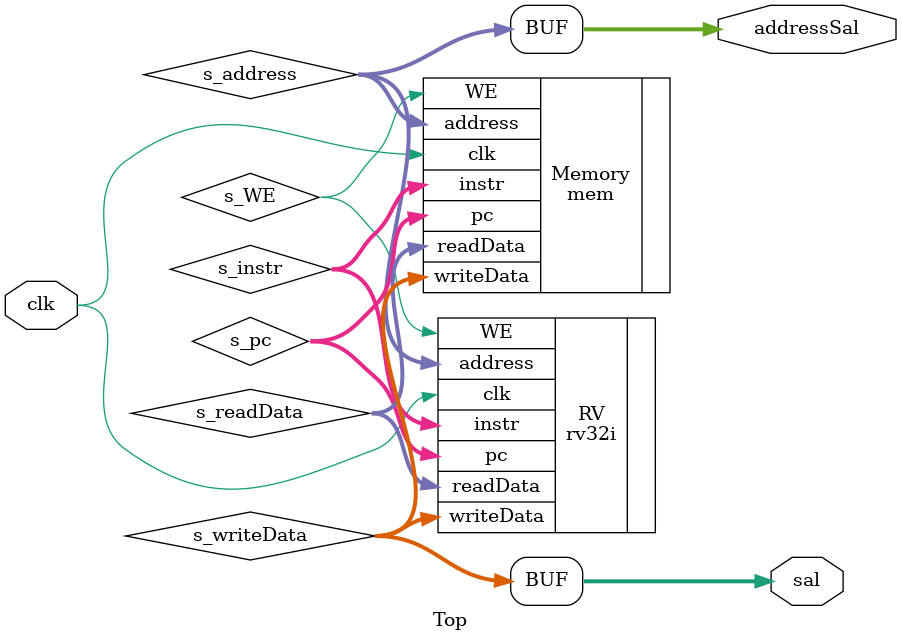
<source format=v>
module Top(
    //Entradas
    input wire clk,

    //Salidas
    output [31:0] sal,
    output [15:0] addressSal
);

// ---------- Cableciños ----------
wire[31:0] s_instr;
wire[15:0] s_pc;
wire s_WE;
wire[15:0] s_address;
wire[31:0] s_writeData;
wire[31:0] s_readData;
// ---------- ---------- ----------

rv32i RV(
    .clk(clk),
    .instr(s_instr),
    .readData(s_readData),
    .pc(s_pc),
    .WE(s_WE),
    .address(s_address),
    .writeData(s_writeData)
);

mem Memory(
    .clk(clk),
    .pc(s_pc),
    .WE(s_WE),
    .address(s_address),
    .writeData(s_writeData),

    //Salidas
    .instr(s_instr),
    .readData(s_readData)
);

assign sal = s_writeData;
assign addressSal = s_address;

endmodule
</source>
